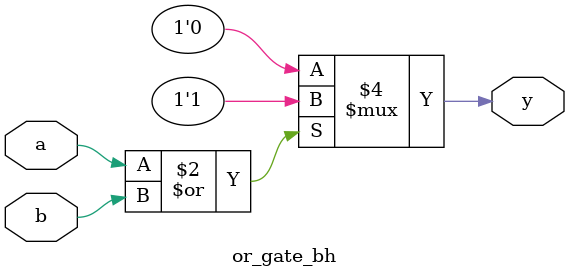
<source format=v>

module or_gate_bh(input a,input b,output reg y); // define module to test run
	always @ (*) begin
	if ( a| b)
		y=1;
	else
		y=0;
	end
endmodule

</source>
